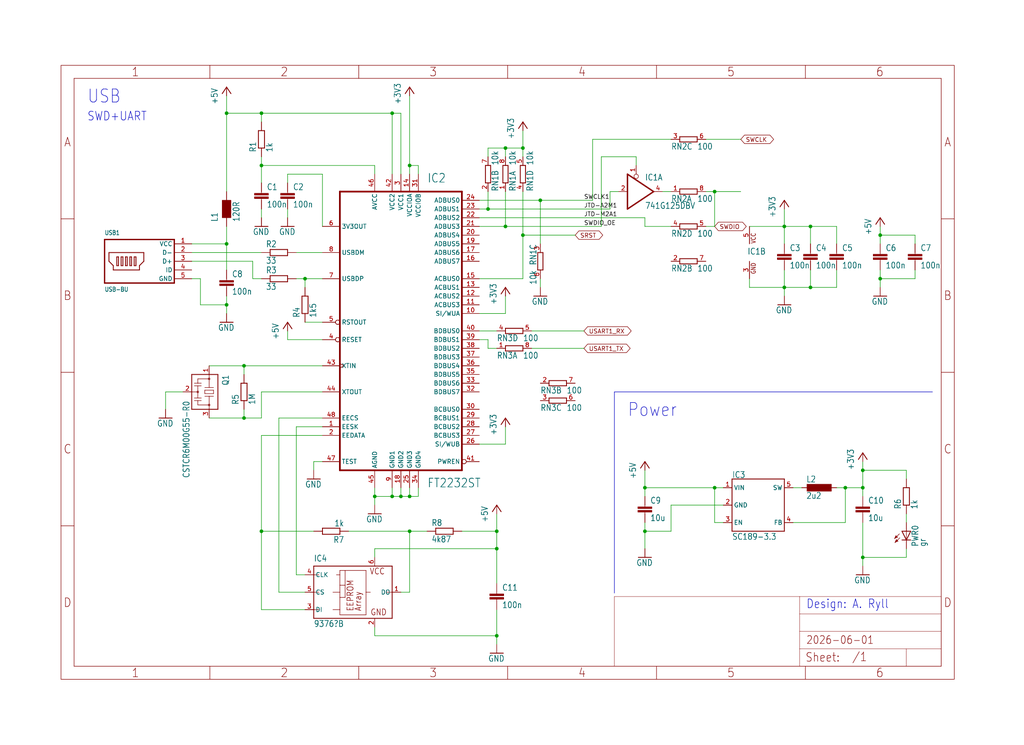
<source format=kicad_sch>
(kicad_sch (version 20231120) (generator "eeschema") (generator_version "8.0")
  (paper "User" 298.45 217.322)
  (lib_symbols
    (symbol "Base Station v3b-eagle-import:+3V3" (power)
      (symbol "+3V3_1_0"
        (pin power_in line (at 0 -2.54 90) (length 2.54) (name "+3V3") (number "1"))
      )
    )
    (symbol "Base Station v3b-eagle-import:+5V" (power)
      (symbol "+5V_1_0"
        (pin power_in line (at 0 -2.54 90) (length 2.54) (name "+5V") (number "1"))
      )
    )
    (symbol "Base Station v3b-eagle-import:4R-NEXB28V"
      (property "Reference" "RN" (at -5.08 -3.048 0))
      (symbol "4R-NEXB28V_1_0"
        (pin passive line (at -5.08 0 0) (length 2.54) (name "1") (number "1"))
        (pin passive line (at 5.08 0 180) (length 2.54) (name "2") (number "8"))
      )
      (symbol "4R-NEXB28V_2_0"
        (pin passive line (at -5.08 0 0) (length 2.54) (name "1") (number "2"))
        (pin passive line (at 5.08 0 180) (length 2.54) (name "2") (number "7"))
      )
      (symbol "4R-NEXB28V_3_0"
        (pin passive line (at -5.08 0 0) (length 2.54) (name "1") (number "3"))
        (pin passive line (at 5.08 0 180) (length 2.54) (name "2") (number "6"))
      )
      (symbol "4R-NEXB28V_4_0"
        (pin passive line (at -5.08 0 0) (length 2.54) (name "1") (number "4"))
        (pin passive line (at 5.08 0 180) (length 2.54) (name "2") (number "5"))
      )
    )
    (symbol "Base Station v3b-eagle-import:741G125DBV"
      (property "Reference" "IC" (at -0.635 -0.635 0))
      (symbol "741G125DBV_1_0"
        (pin input line (at 0 7.62 270) (length 2.54) (name "OE") (number "1"))
        (pin input line (at -5.08 0 0) (length 2.54) (name "I") (number "2"))
        (pin tri_state line (at 7.62 0 180) (length 2.54) (name "O") (number "4"))
      )
      (symbol "741G125DBV_2_0"
        (text "GND" (at 1.905 -6.35 900) (effects (font (size 1.27 1.0795)) (justify left bottom)))
        (text "VCC" (at 1.905 2.54 900) (effects (font (size 1.27 1.0795)) (justify left bottom)))
        (pin power_in line (at 0 -7.62 90) (length 5.08) (name "GND") (number "3"))
        (pin power_in line (at 0 7.62 270) (length 5.08) (name "VCC") (number "5"))
      )
    )
    (symbol "Base Station v3b-eagle-import:9376?B"
      (property "Reference" "IC" (at -10.16 8.89 0))
      (symbol "9376?B_1_0"
        (text "Array" (at 3.81 -5.588 900) (effects (font (size 1.778 1.5113)) (justify left bottom)))
        (text "EEPROM" (at 1.524 -5.588 900) (effects (font (size 1.778 1.5113)) (justify left bottom)))
        (text "GND" (at 6.35 -6.858 0) (effects (font (size 1.778 1.5113)) (justify left bottom)))
        (text "VCC" (at 6.096 5.08 0) (effects (font (size 1.778 1.5113)) (justify left bottom)))
        (pin tri_state line (at 15.24 0 180) (length 2.54) (name "DO") (number "1"))
        (pin power_in line (at 7.62 -10.16 90) (length 2.54) (name "GND") (number "2"))
        (pin input line (at -12.7 -5.08 0) (length 2.54) (name "DI") (number "3"))
        (pin input line (at -12.7 5.08 0) (length 2.54) (name "CLK") (number "4"))
        (pin input line (at -12.7 0 0) (length 2.54) (name "CS") (number "5"))
        (pin power_in line (at 7.62 10.16 270) (length 2.54) (name "VCC") (number "6"))
      )
    )
    (symbol "Base Station v3b-eagle-import:A4L-LOC"
      (symbol "A4L-LOC_1_0"
        (text "${#}/${##}" (at 230.505 5.08 0) (effects (font (size 2.54 2.159)) (justify left bottom)))
        (text "${CURRENT_DATE}" (at 217.17 10.16 0) (effects (font (size 2.286 1.9431)) (justify left bottom)))
        (text "${PROJECTNAME}" (at 217.17 15.24 0) (effects (font (size 2.54 2.159)) (justify left bottom)))
        (text "1" (at 21.6958 1.905 0) (effects (font (size 2.54 2.286))))
        (text "1" (at 21.6958 177.165 0) (effects (font (size 2.54 2.286))))
        (text "2" (at 65.0875 1.905 0) (effects (font (size 2.54 2.286))))
        (text "2" (at 65.0875 177.165 0) (effects (font (size 2.54 2.286))))
        (text "3" (at 108.4792 1.905 0) (effects (font (size 2.54 2.286))))
        (text "3" (at 108.4792 177.165 0) (effects (font (size 2.54 2.286))))
        (text "4" (at 151.8708 1.905 0) (effects (font (size 2.54 2.286))))
        (text "4" (at 151.8708 177.165 0) (effects (font (size 2.54 2.286))))
        (text "5" (at 195.2625 1.905 0) (effects (font (size 2.54 2.286))))
        (text "5" (at 195.2625 177.165 0) (effects (font (size 2.54 2.286))))
        (text "6" (at 238.6542 1.905 0) (effects (font (size 2.54 2.286))))
        (text "6" (at 238.6542 177.165 0) (effects (font (size 2.54 2.286))))
        (text "A" (at 1.905 156.6863 0) (effects (font (size 2.54 2.286))))
        (text "A" (at 258.445 156.6863 0) (effects (font (size 2.54 2.286))))
        (text "B" (at 1.905 111.9188 0) (effects (font (size 2.54 2.286))))
        (text "B" (at 258.445 111.9188 0) (effects (font (size 2.54 2.286))))
        (text "C" (at 1.905 67.1513 0) (effects (font (size 2.54 2.286))))
        (text "C" (at 258.445 67.1513 0) (effects (font (size 2.54 2.286))))
        (text "D" (at 1.905 22.3838 0) (effects (font (size 2.54 2.286))))
        (text "D" (at 258.445 22.3838 0) (effects (font (size 2.54 2.286))))
        (text "Sheet:" (at 216.916 4.953 0) (effects (font (size 2.54 2.159)) (justify left bottom)))
      )
    )
    (symbol "Base Station v3b-eagle-import:C-EUC0603"
      (property "Reference" "C" (at 1.524 0.381 0))
      (symbol "C-EUC0603_1_0"
        (pin passive line (at 0 2.54 270) (length 2.54) (name "1") (number "1"))
        (pin passive line (at 0 -5.08 90) (length 2.54) (name "2") (number "2"))
      )
    )
    (symbol "Base Station v3b-eagle-import:CSTCR"
      (property "Reference" "Q" (at -5.08 3.81 0))
      (symbol "CSTCR_1_0"
        (pin passive line (at -7.62 0 0) (length 2.54) (name "1") (number "1"))
        (pin passive line (at 0 -7.62 90) (length 2.54) (name "2") (number "2"))
        (pin passive line (at 7.62 0 180) (length 2.54) (name "3") (number "3"))
      )
    )
    (symbol "Base Station v3b-eagle-import:FT2232ST"
      (property "Reference" "IC" (at 7.62 38.1 0))
      (symbol "FT2232ST_1_0"
        (pin bidirectional line (at -22.86 -33.02 0) (length 5.08) (name "EESK") (number "1"))
        (pin bidirectional line (at 22.86 0 180) (length 5.08) (name "SI/WUA") (number "10"))
        (pin bidirectional line (at 22.86 2.54 180) (length 5.08) (name "ACBUS3") (number "11"))
        (pin bidirectional line (at 22.86 5.08 180) (length 5.08) (name "ACBUS2") (number "12"))
        (pin bidirectional line (at 22.86 7.62 180) (length 5.08) (name "ACBUS1") (number "13"))
        (pin bidirectional line (at 2.54 40.64 270) (length 5.08) (name "VCCIOA") (number "14"))
        (pin bidirectional line (at 22.86 10.16 180) (length 5.08) (name "ACBUS0") (number "15"))
        (pin bidirectional line (at 22.86 15.24 180) (length 5.08) (name "ADBUS7") (number "16"))
        (pin bidirectional line (at 22.86 17.78 180) (length 5.08) (name "ADBUS6") (number "17"))
        (pin bidirectional line (at 0 -50.8 90) (length 5.08) (name "GND2") (number "18"))
        (pin bidirectional line (at 22.86 20.32 180) (length 5.08) (name "ADBUS5") (number "19"))
        (pin bidirectional line (at -22.86 -35.56 0) (length 5.08) (name "EEDATA") (number "2"))
        (pin bidirectional line (at 22.86 22.86 180) (length 5.08) (name "ADBUS4") (number "20"))
        (pin bidirectional line (at 22.86 25.4 180) (length 5.08) (name "ADBUS3") (number "21"))
        (pin bidirectional line (at 22.86 27.94 180) (length 5.08) (name "ADBUS2") (number "22"))
        (pin bidirectional line (at 22.86 30.48 180) (length 5.08) (name "ADBUS1") (number "23"))
        (pin bidirectional line (at 22.86 33.02 180) (length 5.08) (name "ADBUS0") (number "24"))
        (pin bidirectional line (at 2.54 -50.8 90) (length 5.08) (name "GND3") (number "25"))
        (pin bidirectional line (at 22.86 -38.1 180) (length 5.08) (name "SI/WUB") (number "26"))
        (pin bidirectional line (at 22.86 -35.56 180) (length 5.08) (name "BCBUS3") (number "27"))
        (pin bidirectional line (at 22.86 -33.02 180) (length 5.08) (name "BCBUS2") (number "28"))
        (pin bidirectional line (at 22.86 -30.48 180) (length 5.08) (name "BCBUS1") (number "29"))
        (pin bidirectional line (at 0 40.64 270) (length 5.08) (name "VCC1") (number "3"))
        (pin bidirectional line (at 22.86 -27.94 180) (length 5.08) (name "BCBUS0") (number "30"))
        (pin bidirectional line (at 5.08 40.64 270) (length 5.08) (name "VCCIOB") (number "31"))
        (pin bidirectional line (at 22.86 -22.86 180) (length 5.08) (name "BDBUS7") (number "32"))
        (pin bidirectional line (at 22.86 -20.32 180) (length 5.08) (name "BDBUS6") (number "33"))
        (pin bidirectional line (at 5.08 -50.8 90) (length 5.08) (name "GND4") (number "34"))
        (pin bidirectional line (at 22.86 -17.78 180) (length 5.08) (name "BDBUS5") (number "35"))
        (pin bidirectional line (at 22.86 -15.24 180) (length 5.08) (name "BDBUS4") (number "36"))
        (pin bidirectional line (at 22.86 -12.7 180) (length 5.08) (name "BDBUS3") (number "37"))
        (pin bidirectional line (at 22.86 -10.16 180) (length 5.08) (name "BDBUS2") (number "38"))
        (pin bidirectional line (at 22.86 -7.62 180) (length 5.08) (name "BDBUS1") (number "39"))
        (pin bidirectional inverted (at -22.86 -7.62 0) (length 5.08) (name "RESET") (number "4"))
        (pin bidirectional line (at 22.86 -5.08 180) (length 5.08) (name "BDBUS0") (number "40"))
        (pin bidirectional inverted (at 22.86 -43.18 180) (length 5.08) (name "PWREN") (number "41"))
        (pin bidirectional line (at -2.54 40.64 270) (length 5.08) (name "VCC2") (number "42"))
        (pin bidirectional clock (at -22.86 -15.24 0) (length 5.08) (name "XTIN") (number "43"))
        (pin bidirectional line (at -22.86 -22.86 0) (length 5.08) (name "XTOUT") (number "44"))
        (pin bidirectional line (at -7.62 -50.8 90) (length 5.08) (name "AGND") (number "45"))
        (pin bidirectional line (at -7.62 40.64 270) (length 5.08) (name "AVCC") (number "46"))
        (pin bidirectional line (at -22.86 -43.18 0) (length 5.08) (name "TEST") (number "47"))
        (pin bidirectional line (at -22.86 -30.48 0) (length 5.08) (name "EECS") (number "48"))
        (pin bidirectional inverted (at -22.86 -2.54 0) (length 5.08) (name "RSTOUT") (number "5"))
        (pin bidirectional line (at -22.86 25.4 0) (length 5.08) (name "3V3OUT") (number "6"))
        (pin bidirectional line (at -22.86 10.16 0) (length 5.08) (name "USBDP") (number "7"))
        (pin bidirectional line (at -22.86 17.78 0) (length 5.08) (name "USBDM") (number "8"))
        (pin bidirectional line (at -2.54 -50.8 90) (length 5.08) (name "GND1") (number "9"))
      )
    )
    (symbol "Base Station v3b-eagle-import:GND" (power)
      (symbol "GND_1_0"
        (pin power_in line (at 0 2.54 270) (length 2.54) (name "GND") (number "1"))
      )
    )
    (symbol "Base Station v3b-eagle-import:LEDCHIP-LED0603"
      (property "Reference" "LED" (at 3.556 -4.572 90))
      (symbol "LEDCHIP-LED0603_1_0"
        (pin passive line (at 0 2.54 270) (length 2.54) (name "A") (number "A"))
        (pin passive line (at 0 -5.08 90) (length 2.54) (name "C") (number "C"))
      )
    )
    (symbol "Base Station v3b-eagle-import:LIHLP"
      (property "Reference" "L" (at -1.4986 -3.81 90))
      (symbol "LIHLP_1_0"
        (pin passive line (at 0 5.08 270) (length 2.54) (name "1") (number "P$1"))
        (pin passive line (at 0 -5.08 90) (length 2.54) (name "2") (number "P$2"))
      )
    )
    (symbol "Base Station v3b-eagle-import:LM3671"
      (property "Reference" "IC" (at -7.62 7.874 0))
      (symbol "LM3671_1_0"
        (pin bidirectional line (at -10.16 5.08 0) (length 2.54) (name "VIN") (number "1"))
        (pin bidirectional line (at -10.16 0 0) (length 2.54) (name "GND") (number "2"))
        (pin bidirectional line (at -10.16 -5.08 0) (length 2.54) (name "EN") (number "3"))
        (pin bidirectional line (at 10.16 -5.08 180) (length 2.54) (name "FB") (number "4"))
        (pin bidirectional line (at 10.16 5.08 180) (length 2.54) (name "SW") (number "5"))
      )
    )
    (symbol "Base Station v3b-eagle-import:R-EU_R0603"
      (property "Reference" "R" (at -3.81 1.4986 0))
      (symbol "R-EU_R0603_1_0"
        (pin passive line (at -5.08 0 0) (length 2.54) (name "1") (number "1"))
        (pin passive line (at 5.08 0 180) (length 2.54) (name "2") (number "2"))
      )
    )
    (symbol "Base Station v3b-eagle-import:USB-BU"
      (property "Reference" "S" (at -17.78 12.7 0))
      (symbol "USB-BU_1_0"
        (pin bidirectional line (at 7.62 10.16 180) (length 5.08) (name "VCC") (number "1"))
        (pin bidirectional line (at 7.62 7.62 180) (length 5.08) (name "D-") (number "2"))
        (pin bidirectional line (at 7.62 5.08 180) (length 5.08) (name "D+") (number "3"))
        (pin bidirectional line (at 7.62 2.54 180) (length 5.08) (name "ID") (number "4"))
        (pin bidirectional line (at 7.62 0 180) (length 5.08) (name "GND") (number "5"))
      )
    )
    (symbol "Base Station v3b-eagle-import:WE-CBF_0603"
      (property "Reference" "L" (at -3.81 5.08 0))
      (symbol "WE-CBF_0603_1_0"
        (pin passive line (at -5.08 2.54 0) (length 2.54) (name "1") (number "1"))
        (pin passive line (at 5.08 2.54 180) (length 2.54) (name "2") (number "2"))
      )
    )
  )
  (junction (at 251.46 142.24))
  (junction (at 109.22 144.78))
  (junction (at 147.32 66.04))
  (junction (at 251.46 162.56))
  (junction (at 157.48 58.42))
  (junction (at 228.6 66.04))
  (junction (at 116.84 144.78))
  (junction (at 187.96 154.94))
  (junction (at 114.3 144.78))
  (junction (at 119.38 154.94))
  (junction (at 76.2 154.94))
  (junction (at 119.38 48.26))
  (junction (at 246.38 142.24))
  (junction (at 119.38 144.78))
  (junction (at 256.54 81.28))
  (junction (at 236.22 66.04))
  (junction (at 208.28 142.24))
  (junction (at 144.78 160.02))
  (junction (at 66.04 88.9))
  (junction (at 66.04 71.12))
  (junction (at 256.54 68.58))
  (junction (at 236.22 83.82))
  (junction (at 114.3 33.02))
  (junction (at 66.04 33.02))
  (junction (at 76.2 33.02))
  (junction (at 147.32 43.18))
  (junction (at 71.12 121.92))
  (junction (at 251.46 137.16))
  (junction (at 88.9 81.28))
  (junction (at 152.4 68.58))
  (junction (at 71.12 106.68))
  (junction (at 144.78 154.94))
  (junction (at 144.78 185.42))
  (junction (at 152.4 43.18))
  (junction (at 187.96 142.24))
  (junction (at 76.2 48.26))
  (junction (at 228.6 83.82))
  (junction (at 208.28 55.88))
  (junction (at 142.24 60.96))
  (wire (pts (xy 93.98 66.04) (xy 93.98 50.8)) (stroke (width 0.1524)))
  (wire (pts (xy 152.4 68.58) (xy 152.4 81.28)) (stroke (width 0.1524)))
  (wire (pts (xy 147.32 129.54) (xy 147.32 124.46)) (stroke (width 0.1524)))
  (wire (pts (xy 243.84 78.74) (xy 243.84 83.82)) (stroke (width 0.1524)))
  (wire (pts (xy 236.22 66.04) (xy 236.22 71.12)) (stroke (width 0.1524)))
  (wire (pts (xy 86.36 73.66) (xy 93.98 73.66)) (stroke (width 0.1524)))
  (wire (pts (xy 228.6 83.82) (xy 236.22 83.82)) (stroke (width 0.1524)))
  (wire (pts (xy 76.2 48.26) (xy 76.2 53.34)) (stroke (width 0.1524)))
  (wire (pts (xy 152.4 68.58) (xy 167.64 68.58)) (stroke (width 0.1524)))
  (wire (pts (xy 88.9 83.82) (xy 88.9 81.28)) (stroke (width 0.1524)))
  (wire (pts (xy 109.22 182.88) (xy 109.22 185.42)) (stroke (width 0.1524)))
  (wire (pts (xy 251.46 142.24) (xy 251.46 137.16)) (stroke (width 0.1524)))
  (wire (pts (xy 116.84 144.78) (xy 119.38 144.78)) (stroke (width 0.1524)))
  (wire (pts (xy 139.7 81.28) (xy 152.4 81.28)) (stroke (width 0.1524)))
  (wire (pts (xy 55.88 76.2) (xy 73.66 76.2)) (stroke (width 0.1524)))
  (wire (pts (xy 139.7 129.54) (xy 147.32 129.54)) (stroke (width 0.1524)))
  (wire (pts (xy 93.98 124.46) (xy 86.36 124.46)) (stroke (width 0.1524)))
  (wire (pts (xy 256.54 81.28) (xy 256.54 78.74)) (stroke (width 0.1524)))
  (wire (pts (xy 266.7 68.58) (xy 256.54 68.58)) (stroke (width 0.1524)))
  (wire (pts (xy 88.9 81.28) (xy 93.98 81.28)) (stroke (width 0.1524)))
  (wire (pts (xy 147.32 55.88) (xy 147.32 66.04)) (stroke (width 0.1524)))
  (wire (pts (xy 246.38 142.24) (xy 243.84 142.24)) (stroke (width 0.1524)))
  (wire (pts (xy 266.7 71.12) (xy 266.7 68.58)) (stroke (width 0.1524)))
  (wire (pts (xy 187.96 63.5) (xy 187.96 66.04)) (stroke (width 0.1524)))
  (wire (pts (xy 236.22 78.74) (xy 236.22 83.82)) (stroke (width 0.1524)))
  (wire (pts (xy 256.54 68.58) (xy 256.54 66.04)) (stroke (width 0.1524)))
  (wire (pts (xy 76.2 154.94) (xy 76.2 177.8)) (stroke (width 0.1524)))
  (wire (pts (xy 119.38 172.72) (xy 119.38 154.94)) (stroke (width 0.1524)))
  (wire (pts (xy 208.28 152.4) (xy 208.28 142.24)) (stroke (width 0.1524)))
  (wire (pts (xy 93.98 121.92) (xy 81.28 121.92)) (stroke (width 0.1524)))
  (wire (pts (xy 114.3 144.78) (xy 116.84 144.78)) (stroke (width 0.1524)))
  (wire (pts (xy 175.26 66.04) (xy 175.26 45.72)) (stroke (width 0.1524)))
  (wire (pts (xy 91.44 154.94) (xy 76.2 154.94)) (stroke (width 0.1524)))
  (wire (pts (xy 109.22 185.42) (xy 144.78 185.42)) (stroke (width 0.1524)))
  (wire (pts (xy 142.24 101.6) (xy 144.78 101.6)) (stroke (width 0.1524)))
  (wire (pts (xy 93.98 127) (xy 76.2 127)) (stroke (width 0.1524)))
  (wire (pts (xy 157.48 83.82) (xy 157.48 81.28)) (stroke (width 0.1524)))
  (wire (pts (xy 109.22 142.24) (xy 109.22 144.78)) (stroke (width 0.1524)))
  (polyline (pts (xy 271.78 114.3) (xy 179.07 114.3)) (stroke (width 0.1524) (type solid)))
  (wire (pts (xy 228.6 66.04) (xy 228.6 60.96)) (stroke (width 0.1524)))
  (wire (pts (xy 53.34 114.3) (xy 48.26 114.3)) (stroke (width 0.1524)))
  (wire (pts (xy 144.78 154.94) (xy 144.78 149.86)) (stroke (width 0.1524)))
  (wire (pts (xy 58.42 88.9) (xy 58.42 81.28)) (stroke (width 0.1524)))
  (wire (pts (xy 142.24 43.18) (xy 142.24 45.72)) (stroke (width 0.1524)))
  (wire (pts (xy 76.2 63.5) (xy 76.2 60.96)) (stroke (width 0.1524)))
  (wire (pts (xy 231.14 152.4) (xy 246.38 152.4)) (stroke (width 0.1524)))
  (wire (pts (xy 93.98 50.8) (xy 83.82 50.8)) (stroke (width 0.1524)))
  (wire (pts (xy 256.54 83.82) (xy 256.54 81.28)) (stroke (width 0.1524)))
  (wire (pts (xy 205.74 40.64) (xy 215.9 40.64)) (stroke (width 0.1524)))
  (wire (pts (xy 251.46 162.56) (xy 264.16 162.56)) (stroke (width 0.1524)))
  (wire (pts (xy 218.44 83.82) (xy 218.44 81.28)) (stroke (width 0.1524)))
  (wire (pts (xy 76.2 33.02) (xy 66.04 33.02)) (stroke (width 0.1524)))
  (wire (pts (xy 187.96 154.94) (xy 187.96 160.02)) (stroke (width 0.1524)))
  (wire (pts (xy 66.04 88.9) (xy 58.42 88.9)) (stroke (width 0.1524)))
  (wire (pts (xy 144.78 185.42) (xy 144.78 177.8)) (stroke (width 0.1524)))
  (wire (pts (xy 116.84 172.72) (xy 119.38 172.72)) (stroke (width 0.1524)))
  (wire (pts (xy 66.04 88.9) (xy 66.04 86.36)) (stroke (width 0.1524)))
  (wire (pts (xy 73.66 76.2) (xy 73.66 81.28)) (stroke (width 0.1524)))
  (wire (pts (xy 210.82 152.4) (xy 208.28 152.4)) (stroke (width 0.1524)))
  (wire (pts (xy 109.22 144.78) (xy 114.3 144.78)) (stroke (width 0.1524)))
  (wire (pts (xy 142.24 55.88) (xy 142.24 60.96)) (stroke (width 0.1524)))
  (wire (pts (xy 121.92 48.26) (xy 119.38 48.26)) (stroke (width 0.1524)))
  (wire (pts (xy 76.2 177.8) (xy 88.9 177.8)) (stroke (width 0.1524)))
  (wire (pts (xy 114.3 142.24) (xy 114.3 144.78)) (stroke (width 0.1524)))
  (wire (pts (xy 114.3 33.02) (xy 116.84 33.02)) (stroke (width 0.1524)))
  (wire (pts (xy 60.96 106.68) (xy 71.12 106.68)) (stroke (width 0.1524)))
  (wire (pts (xy 119.38 154.94) (xy 101.6 154.94)) (stroke (width 0.1524)))
  (wire (pts (xy 134.62 154.94) (xy 144.78 154.94)) (stroke (width 0.1524)))
  (wire (pts (xy 81.28 121.92) (xy 81.28 172.72)) (stroke (width 0.1524)))
  (wire (pts (xy 109.22 160.02) (xy 144.78 160.02)) (stroke (width 0.1524)))
  (wire (pts (xy 109.22 50.8) (xy 109.22 48.26)) (stroke (width 0.1524)))
  (wire (pts (xy 55.88 71.12) (xy 66.04 71.12)) (stroke (width 0.1524)))
  (wire (pts (xy 157.48 71.12) (xy 157.48 58.42)) (stroke (width 0.1524)))
  (wire (pts (xy 266.7 81.28) (xy 266.7 78.74)) (stroke (width 0.1524)))
  (wire (pts (xy 66.04 55.88) (xy 66.04 33.02)) (stroke (width 0.1524)))
  (wire (pts (xy 205.74 55.88) (xy 208.28 55.88)) (stroke (width 0.1524)))
  (wire (pts (xy 109.22 144.78) (xy 109.22 147.32)) (stroke (width 0.1524)))
  (wire (pts (xy 139.7 63.5) (xy 187.96 63.5)) (stroke (width 0.1524)))
  (wire (pts (xy 121.92 50.8) (xy 121.92 48.26)) (stroke (width 0.1524)))
  (wire (pts (xy 243.84 66.04) (xy 243.84 71.12)) (stroke (width 0.1524)))
  (wire (pts (xy 55.88 73.66) (xy 76.2 73.66)) (stroke (width 0.1524)))
  (wire (pts (xy 139.7 99.06) (xy 142.24 99.06)) (stroke (width 0.1524)))
  (wire (pts (xy 76.2 121.92) (xy 76.2 114.3)) (stroke (width 0.1524)))
  (wire (pts (xy 264.16 162.56) (xy 264.16 160.02)) (stroke (width 0.1524)))
  (wire (pts (xy 142.24 99.06) (xy 142.24 101.6)) (stroke (width 0.1524)))
  (wire (pts (xy 152.4 55.88) (xy 152.4 68.58)) (stroke (width 0.1524)))
  (wire (pts (xy 66.04 33.02) (xy 66.04 27.94)) (stroke (width 0.1524)))
  (wire (pts (xy 116.84 142.24) (xy 116.84 144.78)) (stroke (width 0.1524)))
  (wire (pts (xy 187.96 142.24) (xy 187.96 137.16)) (stroke (width 0.1524)))
  (wire (pts (xy 144.78 96.52) (xy 139.7 96.52)) (stroke (width 0.1524)))
  (wire (pts (xy 91.44 134.62) (xy 91.44 137.16)) (stroke (width 0.1524)))
  (wire (pts (xy 251.46 142.24) (xy 251.46 144.78)) (stroke (width 0.1524)))
  (wire (pts (xy 195.58 154.94) (xy 187.96 154.94)) (stroke (width 0.1524)))
  (wire (pts (xy 119.38 48.26) (xy 119.38 50.8)) (stroke (width 0.1524)))
  (wire (pts (xy 185.42 48.26) (xy 185.42 45.72)) (stroke (width 0.1524)))
  (wire (pts (xy 119.38 154.94) (xy 124.46 154.94)) (stroke (width 0.1524)))
  (wire (pts (xy 228.6 71.12) (xy 228.6 66.04)) (stroke (width 0.1524)))
  (wire (pts (xy 119.38 27.94) (xy 119.38 48.26)) (stroke (width 0.1524)))
  (wire (pts (xy 71.12 109.22) (xy 71.12 106.68)) (stroke (width 0.1524)))
  (wire (pts (xy 205.74 66.04) (xy 208.28 66.04)) (stroke (width 0.1524)))
  (wire (pts (xy 208.28 66.04) (xy 208.28 55.88)) (stroke (width 0.1524)))
  (wire (pts (xy 66.04 71.12) (xy 66.04 66.04)) (stroke (width 0.1524)))
  (wire (pts (xy 116.84 33.02) (xy 116.84 50.8)) (stroke (width 0.1524)))
  (wire (pts (xy 187.96 154.94) (xy 187.96 152.4)) (stroke (width 0.1524)))
  (wire (pts (xy 251.46 137.16) (xy 264.16 137.16)) (stroke (width 0.1524)))
  (wire (pts (xy 86.36 167.64) (xy 88.9 167.64)) (stroke (width 0.1524)))
  (wire (pts (xy 256.54 81.28) (xy 266.7 81.28)) (stroke (width 0.1524)))
  (wire (pts (xy 157.48 58.42) (xy 172.72 58.42)) (stroke (width 0.1524)))
  (wire (pts (xy 243.84 66.04) (xy 236.22 66.04)) (stroke (width 0.1524)))
  (wire (pts (xy 76.2 33.02) (xy 114.3 33.02)) (stroke (width 0.1524)))
  (wire (pts (xy 193.04 55.88) (xy 195.58 55.88)) (stroke (width 0.1524)))
  (wire (pts (xy 81.28 172.72) (xy 88.9 172.72)) (stroke (width 0.1524)))
  (wire (pts (xy 147.32 91.44) (xy 147.32 86.36)) (stroke (width 0.1524)))
  (wire (pts (xy 154.94 96.52) (xy 170.18 96.52)) (stroke (width 0.1524)))
  (wire (pts (xy 228.6 86.36) (xy 228.6 83.82)) (stroke (width 0.1524)))
  (wire (pts (xy 76.2 127) (xy 76.2 154.94)) (stroke (width 0.1524)))
  (wire (pts (xy 142.24 60.96) (xy 177.8 60.96)) (stroke (width 0.1524)))
  (wire (pts (xy 114.3 33.02) (xy 114.3 50.8)) (stroke (width 0.1524)))
  (wire (pts (xy 109.22 162.56) (xy 109.22 160.02)) (stroke (width 0.1524)))
  (wire (pts (xy 58.42 81.28) (xy 55.88 81.28)) (stroke (width 0.1524)))
  (wire (pts (xy 93.98 134.62) (xy 91.44 134.62)) (stroke (width 0.1524)))
  (wire (pts (xy 109.22 48.26) (xy 76.2 48.26)) (stroke (width 0.1524)))
  (wire (pts (xy 76.2 114.3) (xy 93.98 114.3)) (stroke (width 0.1524)))
  (wire (pts (xy 185.42 45.72) (xy 175.26 45.72)) (stroke (width 0.1524)))
  (wire (pts (xy 231.14 142.24) (xy 233.68 142.24)) (stroke (width 0.1524)))
  (wire (pts (xy 86.36 81.28) (xy 88.9 81.28)) (stroke (width 0.1524)))
  (wire (pts (xy 208.28 55.88) (xy 215.9 55.88)) (stroke (width 0.1524)))
  (wire (pts (xy 71.12 121.92) (xy 76.2 121.92)) (stroke (width 0.1524)))
  (wire (pts (xy 264.16 152.4) (xy 264.16 149.86)) (stroke (width 0.1524)))
  (wire (pts (xy 76.2 48.26) (xy 76.2 45.72)) (stroke (width 0.1524)))
  (wire (pts (xy 264.16 139.7) (xy 264.16 137.16)) (stroke (width 0.1524)))
  (wire (pts (xy 210.82 147.32) (xy 195.58 147.32)) (stroke (width 0.1524)))
  (wire (pts (xy 228.6 83.82) (xy 218.44 83.82)) (stroke (width 0.1524)))
  (wire (pts (xy 139.7 58.42) (xy 157.48 58.42)) (stroke (width 0.1524)))
  (wire (pts (xy 60.96 121.92) (xy 71.12 121.92)) (stroke (width 0.1524)))
  (wire (pts (xy 139.7 66.04) (xy 147.32 66.04)) (stroke (width 0.1524)))
  (wire (pts (xy 86.36 124.46) (xy 86.36 167.64)) (stroke (width 0.1524)))
  (wire (pts (xy 147.32 66.04) (xy 175.26 66.04)) (stroke (width 0.1524)))
  (wire (pts (xy 66.04 91.44) (xy 66.04 88.9)) (stroke (width 0.1524)))
  (wire (pts (xy 152.4 45.72) (xy 152.4 43.18)) (stroke (width 0.1524)))
  (wire (pts (xy 251.46 137.16) (xy 251.46 134.62)) (stroke (width 0.1524)))
  (wire (pts (xy 119.38 144.78) (xy 121.92 144.78)) (stroke (width 0.1524)))
  (polyline (pts (xy 179.07 114.3) (xy 179.07 172.974)) (stroke (width 0.1524) (type solid)))
  (wire (pts (xy 147.32 43.18) (xy 142.24 43.18)) (stroke (width 0.1524)))
  (wire (pts (xy 93.98 93.98) (xy 88.9 93.98)) (stroke (width 0.1524)))
  (wire (pts (xy 251.46 162.56) (xy 251.46 152.4)) (stroke (width 0.1524)))
  (wire (pts (xy 236.22 66.04) (xy 228.6 66.04)) (stroke (width 0.1524)))
  (wire (pts (xy 187.96 66.04) (xy 195.58 66.04)) (stroke (width 0.1524)))
  (wire (pts (xy 147.32 43.18) (xy 152.4 43.18)) (stroke (width 0.1524)))
  (wire (pts (xy 144.78 187.96) (xy 144.78 185.42)) (stroke (width 0.1524)))
  (wire (pts (xy 251.46 165.1) (xy 251.46 162.56)) (stroke (width 0.1524)))
  (wire (pts (xy 71.12 119.38) (xy 71.12 121.92)) (stroke (width 0.1524)))
  (wire (pts (xy 119.38 142.24) (xy 119.38 144.78)) (stroke (width 0.1524)))
  (wire (pts (xy 147.32 43.18) (xy 147.32 45.72)) (stroke (width 0.1524)))
  (wire (pts (xy 256.54 71.12) (xy 256.54 68.58)) (stroke (width 0.1524)))
  (wire (pts (xy 71.12 106.68) (xy 93.98 106.68)) (stroke (width 0.1524)))
  (wire (pts (xy 154.94 101.6) (xy 170.18 101.6)) (stroke (width 0.1524)))
  (wire (pts (xy 83.82 99.06) (xy 83.82 96.52)) (stroke (width 0.1524)))
  (wire (pts (xy 144.78 160.02) (xy 144.78 170.18)) (stroke (width 0.1524)))
  (wire (pts (xy 66.04 71.12) (xy 66.04 78.74)) (stroke (width 0.1524)))
  (wire (pts (xy 139.7 60.96) (xy 142.24 60.96)) (stroke (width 0.1524)))
  (wire (pts (xy 187.96 142.24) (xy 187.96 144.78)) (stroke (width 0.1524)))
  (wire (pts (xy 83.82 50.8) (xy 83.82 53.34)) (stroke (width 0.1524)))
  (wire (pts (xy 243.84 83.82) (xy 236.22 83.82)) (stroke (width 0.1524)))
  (wire (pts (xy 246.38 142.24) (xy 251.46 142.24)) (stroke (width 0.1524)))
  (wire (pts (xy 228.6 83.82) (xy 228.6 78.74)) (stroke (width 0.1524)))
  (wire (pts (xy 93.98 99.06) (xy 83.82 99.06)) (stroke (width 0.1524)))
  (wire (pts (xy 180.34 55.88) (xy 177.8 55.88)) (stroke (width 0.1524)))
  (wire (pts (xy 210.82 142.24) (xy 208.28 142.24)) (stroke (width 0.1524)))
  (wire (pts (xy 48.26 114.3) (xy 48.26 119.38)) (stroke (width 0.1524)))
  (wire (pts (xy 177.8 60.96) (xy 177.8 55.88)) (stroke (width 0.1524)))
  (wire (pts (xy 76.2 35.56) (xy 76.2 33.02)) (stroke (width 0.1524)))
  (wire (pts (xy 172.72 40.64) (xy 195.58 40.64)) (stroke (width 0.1524)))
  (wire (pts (xy 139.7 91.44) (xy 147.32 91.44)) (stroke (width 0.1524)))
  (wire (pts (xy 121.92 144.78) (xy 121.92 142.24)) (stroke (width 0.1524)))
  (wire (pts (xy 228.6 66.04) (xy 218.44 66.04)) (stroke (width 0.1524)))
  (wire (pts (xy 208.28 142.24) (xy 187.96 142.24)) (stroke (width 0.1524)))
  (wire (pts (xy 73.66 81.28) (xy 76.2 81.28)) (stroke (width 0.1524)))
  (wire (pts (xy 152.4 43.18) (xy 152.4 38.1)) (stroke (width 0.1524)))
  (wire (pts (xy 83.82 60.96) (xy 83.82 63.5)) (stroke (width 0.1524)))
  (wire (pts (xy 195.58 147.32) (xy 195.58 154.94)) (stroke (width 0.1524)))
  (wire (pts (xy 246.38 152.4) (xy 246.38 142.24)) (stroke (width 0.1524)))
  (wire (pts (xy 144.78 160.02) (xy 144.78 154.94)) (stroke (width 0.1524)))
  (wire (pts (xy 172.72 58.42) (xy 172.72 40.64)) (stroke (width 0.1524)))
  (text "Design: A. Ryll" (at 234.95 177.8 0) (effects (font (size 2.54 2.159)) (justify left bottom)))
  (text "USB" (at 25.4 30.48 0) (effects (font (size 3.81 3.2385)) (justify left bottom)))
  (text "Power" (at 182.88 121.92 0) (effects (font (size 3.81 3.2385)) (justify left bottom)))
  (text "SWD+UART" (at 25.4 35.56 0) (effects (font (size 2.54 2.159)) (justify left bottom)))
  (label "SWDIO_OE" (at 170.18 66.04 0) (effects (font (size 1.2446 1.2446))))
  (label "SWCLK1" (at 170.18 58.42 0) (effects (font (size 1.2446 1.2446))))
  (label "JTD-M2A1" (at 170.18 63.5 0) (effects (font (size 1.2446 1.2446))))
  (label "JTD-A2M1" (at 170.18 60.96 0) (effects (font (size 1.2446 1.2446))))
  (global_label "SWDIO" (shape bidirectional) (at 208.28 66.04 0) (effects (font (size 1.2446 1.2446))) (property "Intersheetrefs" "${INTERSHEET_REFS}" (effects (hide yes))))
  (global_label "SRST" (shape bidirectional) (at 167.64 68.58 0) (effects (font (size 1.2446 1.2446))) (property "Intersheetrefs" "${INTERSHEET_REFS}" (effects (hide yes))))
  (global_label "USART1_TX" (shape bidirectional) (at 170.18 101.6 0) (effects (font (size 1.2446 1.2446))) (property "Intersheetrefs" "${INTERSHEET_REFS}" (effects (hide yes))))
  (global_label "USART1_RX" (shape bidirectional) (at 170.18 96.52 0) (effects (font (size 1.2446 1.2446))) (property "Intersheetrefs" "${INTERSHEET_REFS}" (effects (hide yes))))
  (global_label "SWCLK" (shape bidirectional) (at 215.9 40.64 0) (effects (font (size 1.2446 1.2446))) (property "Intersheetrefs" "${INTERSHEET_REFS}" (effects (hide yes))))
  (symbol (lib_id "Base Station v3b-eagle-import:+3V3") (at 147.32 83.82 0) (unit 1)
    (property "Reference" "#+3V01" (effects (hide yes)))
    (property "Value" "+3V3" (at 144.78 88.9 90) (effects (font (size 1.778 1.5113)) (justify left bottom)))
  )
  (symbol (lib_id "Base Station v3b-eagle-import:741G125DBV") (at 218.44 73.66 0) (unit 2)
    (property "Reference" "IC1" (at 217.805 74.295 0) (effects (font (size 1.778 1.5113)) (justify left bottom)))
    (property "Value" "741G125DBV" (effects (hide yes)))
    (property "Footprint" "Base Station v3b:SOT23-5" (effects (hide yes)))
  )
  (symbol (lib_id "Base Station v3b-eagle-import:LEDCHIP-LED0603") (at 264.16 154.94 0) (unit 1)
    (property "Reference" "PWR0" (at 267.716 159.512 90) (effects (font (size 1.778 1.5113)) (justify left bottom)))
    (property "Value" "gr" (at 269.875 159.512 90) (effects (font (size 1.778 1.5113)) (justify left bottom)))
    (property "Footprint" "Base Station v3b:CHIP-LED0603" (effects (hide yes)))
  )
  (symbol (lib_id "Base Station v3b-eagle-import:741G125DBV") (at 185.42 55.88 0) (unit 1)
    (property "Reference" "IC1" (at 187.96 52.705 0) (effects (font (size 1.778 1.5113)) (justify left bottom)))
    (property "Value" "741G125DBV" (at 187.96 60.96 0) (effects (font (size 1.778 1.5113)) (justify left bottom)))
    (property "Footprint" "Base Station v3b:SOT23-5" (effects (hide yes)))
  )
  (symbol (lib_id "Base Station v3b-eagle-import:+3V3") (at 152.4 35.56 0) (unit 1)
    (property "Reference" "#+3V020" (effects (hide yes)))
    (property "Value" "+3V3" (at 149.86 40.64 90) (effects (font (size 1.778 1.5113)) (justify left bottom)))
  )
  (symbol (lib_id "Base Station v3b-eagle-import:GND") (at 91.44 139.7 0) (unit 1)
    (property "Reference" "#GND045" (effects (hide yes)))
    (property "Value" "GND" (at 88.9 142.24 0) (effects (font (size 1.778 1.5113)) (justify left bottom)))
  )
  (symbol (lib_id "Base Station v3b-eagle-import:GND") (at 144.78 190.5 0) (unit 1)
    (property "Reference" "#GND04" (effects (hide yes)))
    (property "Value" "GND" (at 142.24 193.04 0) (effects (font (size 1.778 1.5113)) (justify left bottom)))
  )
  (symbol (lib_id "Base Station v3b-eagle-import:R-EU_R0603") (at 96.52 154.94 180) (unit 1)
    (property "Reference" "R7" (at 100.33 156.4386 0) (effects (font (size 1.778 1.5113)) (justify left bottom)))
    (property "Value" "1k" (at 100.33 151.638 0) (effects (font (size 1.778 1.5113)) (justify left bottom)))
    (property "Footprint" "Base Station v3b:R0603" (effects (hide yes)))
  )
  (symbol (lib_id "Base Station v3b-eagle-import:GND") (at 109.22 149.86 0) (unit 1)
    (property "Reference" "#GND059" (effects (hide yes)))
    (property "Value" "GND" (at 106.68 152.4 0) (effects (font (size 1.778 1.5113)) (justify left bottom)))
  )
  (symbol (lib_id "Base Station v3b-eagle-import:4R-NEXB28V") (at 200.66 76.2 0) (unit 2)
    (property "Reference" "RN2" (at 195.58 79.248 0) (effects (font (size 1.778 1.5113)) (justify left bottom)))
    (property "Value" "100" (at 203.2 79.248 0) (effects (font (size 1.778 1.5113)) (justify left bottom)))
    (property "Footprint" "Base Station v3b:EXB28V" (effects (hide yes)))
  )
  (symbol (lib_id "Base Station v3b-eagle-import:C-EUC0603") (at 228.6 73.66 0) (unit 1)
    (property "Reference" "C3" (at 230.124 73.279 0) (effects (font (size 1.778 1.5113)) (justify left bottom)))
    (property "Value" "100n" (at 230.124 78.359 0) (effects (font (size 1.778 1.5113)) (justify left bottom)))
    (property "Footprint" "Base Station v3b:C0603" (effects (hide yes)))
  )
  (symbol (lib_id "Base Station v3b-eagle-import:GND") (at 228.6 88.9 0) (unit 1)
    (property "Reference" "#GND060" (effects (hide yes)))
    (property "Value" "GND" (at 226.06 91.44 0) (effects (font (size 1.778 1.5113)) (justify left bottom)))
  )
  (symbol (lib_id "Base Station v3b-eagle-import:GND") (at 66.04 93.98 0) (unit 1)
    (property "Reference" "#GND049" (effects (hide yes)))
    (property "Value" "GND" (at 63.5 96.52 0) (effects (font (size 1.778 1.5113)) (justify left bottom)))
  )
  (symbol (lib_id "Base Station v3b-eagle-import:C-EUC0603") (at 144.78 172.72 0) (unit 1)
    (property "Reference" "C11" (at 146.304 172.339 0) (effects (font (size 1.778 1.5113)) (justify left bottom)))
    (property "Value" "100n" (at 146.304 177.419 0) (effects (font (size 1.778 1.5113)) (justify left bottom)))
    (property "Footprint" "Base Station v3b:C0603" (effects (hide yes)))
  )
  (symbol (lib_id "Base Station v3b-eagle-import:+3V3") (at 147.32 121.92 0) (unit 1)
    (property "Reference" "#+3V02" (effects (hide yes)))
    (property "Value" "+3V3" (at 144.78 127 90) (effects (font (size 1.778 1.5113)) (justify left bottom)))
  )
  (symbol (lib_id "Base Station v3b-eagle-import:A4L-LOC") (at 17.78 198.12 0) (unit 1)
    (property "Reference" "#FRAME1" (effects (hide yes)))
    (property "Value" "A4L-LOC" (effects (hide yes)))
  )
  (symbol (lib_id "Base Station v3b-eagle-import:GND") (at 251.46 167.64 0) (unit 1)
    (property "Reference" "#GND027" (effects (hide yes)))
    (property "Value" "GND" (at 248.92 170.18 0) (effects (font (size 1.778 1.5113)) (justify left bottom)))
  )
  (symbol (lib_id "Base Station v3b-eagle-import:4R-NEXB28V") (at 147.32 50.8 90) (unit 1)
    (property "Reference" "RN1" (at 150.368 55.88 0) (effects (font (size 1.778 1.5113)) (justify left bottom)))
    (property "Value" "10k" (at 150.368 48.26 0) (effects (font (size 1.778 1.5113)) (justify left bottom)))
    (property "Footprint" "Base Station v3b:EXB28V" (effects (hide yes)))
  )
  (symbol (lib_id "Base Station v3b-eagle-import:4R-NEXB28V") (at 152.4 50.8 90) (unit 4)
    (property "Reference" "RN1" (at 155.448 55.88 0) (effects (font (size 1.778 1.5113)) (justify left bottom)))
    (property "Value" "10k" (at 155.448 48.26 0) (effects (font (size 1.778 1.5113)) (justify left bottom)))
    (property "Footprint" "Base Station v3b:EXB28V" (effects (hide yes)))
  )
  (symbol (lib_id "Base Station v3b-eagle-import:USB-BU") (at 48.26 81.28 0) (unit 1)
    (property "Reference" "USB1" (at 30.48 68.58 0) (effects (font (size 1.27 1.0795)) (justify left bottom)))
    (property "Value" "USB-BU" (at 30.48 85.09 0) (effects (font (size 1.27 1.0795)) (justify left bottom)))
    (property "Footprint" "Base Station v3b:USB-BMICRO" (effects (hide yes)))
  )
  (symbol (lib_id "Base Station v3b-eagle-import:4R-NEXB28V") (at 200.66 55.88 0) (unit 1)
    (property "Reference" "RN2" (at 195.58 58.928 0) (effects (font (size 1.778 1.5113)) (justify left bottom)))
    (property "Value" "100" (at 203.2 58.928 0) (effects (font (size 1.778 1.5113)) (justify left bottom)))
    (property "Footprint" "Base Station v3b:EXB28V" (effects (hide yes)))
  )
  (symbol (lib_id "Base Station v3b-eagle-import:+5V") (at 187.96 134.62 0) (unit 1)
    (property "Reference" "#P+02" (effects (hide yes)))
    (property "Value" "+5V" (at 185.42 139.7 90) (effects (font (size 1.778 1.5113)) (justify left bottom)))
  )
  (symbol (lib_id "Base Station v3b-eagle-import:4R-NEXB28V") (at 200.66 40.64 0) (unit 3)
    (property "Reference" "RN2" (at 195.58 43.688 0) (effects (font (size 1.778 1.5113)) (justify left bottom)))
    (property "Value" "100" (at 203.2 43.688 0) (effects (font (size 1.778 1.5113)) (justify left bottom)))
    (property "Footprint" "Base Station v3b:EXB28V" (effects (hide yes)))
  )
  (symbol (lib_id "Base Station v3b-eagle-import:C-EUC0603") (at 266.7 73.66 0) (unit 1)
    (property "Reference" "C7" (at 268.224 73.279 0) (effects (font (size 1.778 1.5113)) (justify left bottom)))
    (property "Value" "100n" (at 268.224 78.359 0) (effects (font (size 1.778 1.5113)) (justify left bottom)))
    (property "Footprint" "Base Station v3b:C0603" (effects (hide yes)))
  )
  (symbol (lib_id "Base Station v3b-eagle-import:GND") (at 187.96 162.56 0) (unit 1)
    (property "Reference" "#GND026" (effects (hide yes)))
    (property "Value" "GND" (at 185.42 165.1 0) (effects (font (size 1.778 1.5113)) (justify left bottom)))
  )
  (symbol (lib_id "Base Station v3b-eagle-import:4R-NEXB28V") (at 157.48 76.2 270) (unit 3)
    (property "Reference" "RN1" (at 154.432 71.12 0) (effects (font (size 1.778 1.5113)) (justify left bottom)))
    (property "Value" "10k" (at 154.432 78.74 0) (effects (font (size 1.778 1.5113)) (justify left bottom)))
    (property "Footprint" "Base Station v3b:EXB28V" (effects (hide yes)))
  )
  (symbol (lib_id "Base Station v3b-eagle-import:C-EUC0603") (at 251.46 147.32 0) (unit 1)
    (property "Reference" "C10" (at 252.984 146.939 0) (effects (font (size 1.778 1.5113)) (justify left bottom)))
    (property "Value" "10u" (at 252.984 152.019 0) (effects (font (size 1.778 1.5113)) (justify left bottom)))
    (property "Footprint" "Base Station v3b:C0603" (effects (hide yes)))
  )
  (symbol (lib_id "Base Station v3b-eagle-import:WE-CBF_0603") (at 68.58 60.96 90) (unit 1)
    (property "Reference" "L1" (at 63.5 64.77 0) (effects (font (size 1.778 1.5113)) (justify left bottom)))
    (property "Value" "120R" (at 69.85 64.77 0) (effects (font (size 1.778 1.5113)) (justify left bottom)))
    (property "Footprint" "Base Station v3b:0603" (effects (hide yes)))
  )
  (symbol (lib_id "Base Station v3b-eagle-import:LM3671") (at 220.98 147.32 0) (unit 1)
    (property "Reference" "IC3" (at 213.36 139.446 0) (effects (font (size 1.778 1.5113)) (justify left bottom)))
    (property "Value" "SC189-3.3" (at 213.36 157.48 0) (effects (font (size 1.778 1.5113)) (justify left bottom)))
    (property "Footprint" "Base Station v3b:SOT23-5" (effects (hide yes)))
  )
  (symbol (lib_id "Base Station v3b-eagle-import:R-EU_R0603") (at 81.28 81.28 0) (unit 1)
    (property "Reference" "R3" (at 77.47 79.7814 0) (effects (font (size 1.778 1.5113)) (justify left bottom)))
    (property "Value" "33" (at 77.47 84.582 0) (effects (font (size 1.778 1.5113)) (justify left bottom)))
    (property "Footprint" "Base Station v3b:R0603" (effects (hide yes)))
  )
  (symbol (lib_id "Base Station v3b-eagle-import:C-EUC0603") (at 256.54 73.66 0) (unit 1)
    (property "Reference" "C6" (at 258.064 73.279 0) (effects (font (size 1.778 1.5113)) (justify left bottom)))
    (property "Value" "100n" (at 258.064 78.359 0) (effects (font (size 1.778 1.5113)) (justify left bottom)))
    (property "Footprint" "Base Station v3b:C0603" (effects (hide yes)))
  )
  (symbol (lib_id "Base Station v3b-eagle-import:R-EU_R0603") (at 81.28 73.66 0) (unit 1)
    (property "Reference" "R2" (at 77.47 72.1614 0) (effects (font (size 1.778 1.5113)) (justify left bottom)))
    (property "Value" "33" (at 77.47 76.962 0) (effects (font (size 1.778 1.5113)) (justify left bottom)))
    (property "Footprint" "Base Station v3b:R0603" (effects (hide yes)))
  )
  (symbol (lib_id "Base Station v3b-eagle-import:4R-NEXB28V") (at 149.86 96.52 0) (unit 4)
    (property "Reference" "RN3" (at 144.78 99.568 0) (effects (font (size 1.778 1.5113)) (justify left bottom)))
    (property "Value" "100" (at 152.4 99.568 0) (effects (font (size 1.778 1.5113)) (justify left bottom)))
    (property "Footprint" "Base Station v3b:EXB28V" (effects (hide yes)))
  )
  (symbol (lib_id "Base Station v3b-eagle-import:FT2232ST") (at 116.84 91.44 0) (unit 1)
    (property "Reference" "IC2" (at 124.46 53.34 0) (effects (font (size 2.54 2.159)) (justify left bottom)))
    (property "Value" "FT2232ST" (at 124.46 142.24 0) (effects (font (size 2.54 2.159)) (justify left bottom)))
    (property "Footprint" "Base Station v3b:LQFP48-ST" (effects (hide yes)))
  )
  (symbol (lib_id "Base Station v3b-eagle-import:R-EU_R0603") (at 76.2 40.64 90) (unit 1)
    (property "Reference" "R1" (at 74.7014 44.45 0) (effects (font (size 1.778 1.5113)) (justify left bottom)))
    (property "Value" "1k" (at 79.502 44.45 0) (effects (font (size 1.778 1.5113)) (justify left bottom)))
    (property "Footprint" "Base Station v3b:R0603" (effects (hide yes)))
  )
  (symbol (lib_id "Base Station v3b-eagle-import:GND") (at 157.48 86.36 0) (unit 1)
    (property "Reference" "#GND042" (effects (hide yes)))
    (property "Value" "GND" (at 154.94 88.9 0) (effects (font (size 1.778 1.5113)) (justify left bottom)))
  )
  (symbol (lib_id "Base Station v3b-eagle-import:+3V3") (at 251.46 132.08 0) (unit 1)
    (property "Reference" "#+3V014" (effects (hide yes)))
    (property "Value" "+3V3" (at 248.92 137.16 90) (effects (font (size 1.778 1.5113)) (justify left bottom)))
  )
  (symbol (lib_id "Base Station v3b-eagle-import:R-EU_R0603") (at 129.54 154.94 0) (unit 1)
    (property "Reference" "R8" (at 125.73 153.4414 0) (effects (font (size 1.778 1.5113)) (justify left bottom)))
    (property "Value" "4k87" (at 125.73 158.242 0) (effects (font (size 1.778 1.5113)) (justify left bottom)))
    (property "Footprint" "Base Station v3b:R0603" (effects (hide yes)))
  )
  (symbol (lib_id "Base Station v3b-eagle-import:GND") (at 76.2 66.04 0) (unit 1)
    (property "Reference" "#GND058" (effects (hide yes)))
    (property "Value" "GND" (at 73.66 68.58 0) (effects (font (size 1.778 1.5113)) (justify left bottom)))
  )
  (symbol (lib_id "Base Station v3b-eagle-import:LIHLP") (at 238.76 142.24 270) (unit 1)
    (property "Reference" "L2" (at 234.95 140.7414 90) (effects (font (size 1.778 1.5113)) (justify left bottom)))
    (property "Value" "2u2" (at 234.95 145.542 90) (effects (font (size 1.778 1.5113)) (justify left bottom)))
    (property "Footprint" "Base Station v3b:IHLP1616" (effects (hide yes)))
    (property "OC_FARNELL" "1741293" (effects (hide yes)))
  )
  (symbol (lib_id "Base Station v3b-eagle-import:C-EUC0603") (at 236.22 73.66 0) (unit 1)
    (property "Reference" "C4" (at 237.744 73.279 0) (effects (font (size 1.778 1.5113)) (justify left bottom)))
    (property "Value" "100n" (at 237.744 78.359 0) (effects (font (size 1.778 1.5113)) (justify left bottom)))
    (property "Footprint" "Base Station v3b:C0603" (effects (hide yes)))
  )
  (symbol (lib_id "Base Station v3b-eagle-import:GND") (at 256.54 86.36 0) (unit 1)
    (property "Reference" "#GND030" (effects (hide yes)))
    (property "Value" "GND" (at 254 88.9 0) (effects (font (size 1.778 1.5113)) (justify left bottom)))
  )
  (symbol (lib_id "Base Station v3b-eagle-import:GND") (at 48.26 121.92 0) (unit 1)
    (property "Reference" "#GND039" (effects (hide yes)))
    (property "Value" "GND" (at 45.72 124.46 0) (effects (font (size 1.778 1.5113)) (justify left bottom)))
  )
  (symbol (lib_id "Base Station v3b-eagle-import:+5V") (at 83.82 93.98 0) (unit 1)
    (property "Reference" "#P+07" (effects (hide yes)))
    (property "Value" "+5V" (at 81.28 99.06 90) (effects (font (size 1.778 1.5113)) (justify left bottom)))
  )
  (symbol (lib_id "Base Station v3b-eagle-import:CSTCR") (at 60.96 114.3 270) (unit 1)
    (property "Reference" "Q1" (at 64.77 109.22 0) (effects (font (size 1.778 1.5113)) (justify left bottom)))
    (property "Value" "CSTCR6M00G55-R0" (at 53.34 116.84 0) (effects (font (size 1.778 1.5113)) (justify left bottom)))
    (property "Footprint" "Base Station v3b:CSTCR6M" (effects (hide yes)))
  )
  (symbol (lib_id "Base Station v3b-eagle-import:GND") (at 83.82 66.04 0) (unit 1)
    (property "Reference" "#GND037" (effects (hide yes)))
    (property "Value" "GND" (at 81.28 68.58 0) (effects (font (size 1.778 1.5113)) (justify left bottom)))
  )
  (symbol (lib_id "Base Station v3b-eagle-import:C-EUC0603") (at 243.84 73.66 0) (unit 1)
    (property "Reference" "C5" (at 245.364 73.279 0) (effects (font (size 1.778 1.5113)) (justify left bottom)))
    (property "Value" "100n" (at 245.364 78.359 0) (effects (font (size 1.778 1.5113)) (justify left bottom)))
    (property "Footprint" "Base Station v3b:C0603" (effects (hide yes)))
  )
  (symbol (lib_id "Base Station v3b-eagle-import:4R-NEXB28V") (at 162.56 116.84 0) (unit 3)
    (property "Reference" "RN3" (at 157.48 119.888 0) (effects (font (size 1.778 1.5113)) (justify left bottom)))
    (property "Value" "100" (at 165.1 119.888 0) (effects (font (size 1.778 1.5113)) (justify left bottom)))
    (property "Footprint" "Base Station v3b:EXB28V" (effects (hide yes)))
  )
  (symbol (lib_id "Base Station v3b-eagle-import:C-EUC0603") (at 76.2 55.88 0) (unit 1)
    (property "Reference" "C1" (at 77.724 55.499 0) (effects (font (size 1.778 1.5113)) (justify left bottom)))
    (property "Value" "100n" (at 77.724 60.579 0) (effects (font (size 1.778 1.5113)) (justify left bottom)))
    (property "Footprint" "Base Station v3b:C0603" (effects (hide yes)))
  )
  (symbol (lib_id "Base Station v3b-eagle-import:9376?B") (at 101.6 172.72 0) (unit 1)
    (property "Reference" "IC4" (at 91.44 163.83 0) (effects (font (size 1.778 1.5113)) (justify left bottom)))
    (property "Value" "9376?B" (at 91.44 182.88 0) (effects (font (size 1.778 1.5113)) (justify left bottom)))
    (property "Footprint" "Base Station v3b:SOT23-6" (effects (hide yes)))
  )
  (symbol (lib_id "Base Station v3b-eagle-import:+5V") (at 144.78 147.32 0) (unit 1)
    (property "Reference" "#P+08" (effects (hide yes)))
    (property "Value" "+5V" (at 142.24 152.4 90) (effects (font (size 1.778 1.5113)) (justify left bottom)))
  )
  (symbol (lib_id "Base Station v3b-eagle-import:C-EUC0603") (at 187.96 147.32 0) (unit 1)
    (property "Reference" "C9" (at 189.484 146.939 0) (effects (font (size 1.778 1.5113)) (justify left bottom)))
    (property "Value" "10u" (at 189.484 152.019 0) (effects (font (size 1.778 1.5113)) (justify left bottom)))
    (property "Footprint" "Base Station v3b:C0603" (effects (hide yes)))
  )
  (symbol (lib_id "Base Station v3b-eagle-import:C-EUC0603") (at 66.04 81.28 0) (unit 1)
    (property "Reference" "C8" (at 67.564 80.899 0) (effects (font (size 1.778 1.5113)) (justify left bottom)))
    (property "Value" "100n" (at 67.564 85.979 0) (effects (font (size 1.778 1.5113)) (justify left bottom)))
    (property "Footprint" "Base Station v3b:C0603" (effects (hide yes)))
  )
  (symbol (lib_id "Base Station v3b-eagle-import:+3V3") (at 119.38 25.4 0) (unit 1)
    (property "Reference" "#+3V03" (effects (hide yes)))
    (property "Value" "+3V3" (at 116.84 30.48 90) (effects (font (size 1.778 1.5113)) (justify left bottom)))
  )
  (symbol (lib_id "Base Station v3b-eagle-import:4R-NEXB28V") (at 142.24 50.8 90) (unit 2)
    (property "Reference" "RN1" (at 145.288 55.88 0) (effects (font (size 1.778 1.5113)) (justify left bottom)))
    (property "Value" "10k" (at 145.288 48.26 0) (effects (font (size 1.778 1.5113)) (justify left bottom)))
    (property "Footprint" "Base Station v3b:EXB28V" (effects (hide yes)))
  )
  (symbol (lib_id "Base Station v3b-eagle-import:R-EU_R0603") (at 88.9 88.9 90) (unit 1)
    (property "Reference" "R4" (at 87.4014 92.71 0) (effects (font (size 1.778 1.5113)) (justify left bottom)))
    (property "Value" "1k5" (at 92.202 92.71 0) (effects (font (size 1.778 1.5113)) (justify left bottom)))
    (property "Footprint" "Base Station v3b:R0603" (effects (hide yes)))
  )
  (symbol (lib_id "Base Station v3b-eagle-import:+5V") (at 256.54 63.5 0) (unit 1)
    (property "Reference" "#P+01" (effects (hide yes)))
    (property "Value" "+5V" (at 254 68.58 90) (effects (font (size 1.778 1.5113)) (justify left bottom)))
  )
  (symbol (lib_id "Base Station v3b-eagle-import:4R-NEXB28V") (at 200.66 66.04 0) (unit 4)
    (property "Reference" "RN2" (at 195.58 69.088 0) (effects (font (size 1.778 1.5113)) (justify left bottom)))
    (property "Value" "100" (at 203.2 69.088 0) (effects (font (size 1.778 1.5113)) (justify left bottom)))
    (property "Footprint" "Base Station v3b:EXB28V" (effects (hide yes)))
  )
  (symbol (lib_id "Base Station v3b-eagle-import:+3V3") (at 228.6 58.42 0) (unit 1)
    (property "Reference" "#+3V08" (effects (hide yes)))
    (property "Value" "+3V3" (at 226.06 63.5 90) (effects (font (size 1.778 1.5113)) (justify left bottom)))
  )
  (symbol (lib_id "Base Station v3b-eagle-import:+5V") (at 66.04 25.4 0) (unit 1)
    (property "Reference" "#P+06" (effects (hide yes)))
    (property "Value" "+5V" (at 63.5 30.48 90) (effects (font (size 1.778 1.5113)) (justify left bottom)))
  )
  (symbol (lib_id "Base Station v3b-eagle-import:R-EU_R0603") (at 71.12 114.3 90) (unit 1)
    (property "Reference" "R5" (at 69.6214 118.11 0) (effects (font (size 1.778 1.5113)) (justify left bottom)))
    (property "Value" "1M" (at 74.422 118.11 0) (effects (font (size 1.778 1.5113)) (justify left bottom)))
    (property "Footprint" "Base Station v3b:R0603" (effects (hide yes)))
  )
  (symbol (lib_id "Base Station v3b-eagle-import:4R-NEXB28V") (at 149.86 101.6 0) (unit 1)
    (property "Reference" "RN3" (at 144.78 104.648 0) (effects (font (size 1.778 1.5113)) (justify left bottom)))
    (property "Value" "100" (at 152.4 104.648 0) (effects (font (size 1.778 1.5113)) (justify left bottom)))
    (property "Footprint" "Base Station v3b:EXB28V" (effects (hide yes)))
  )
  (symbol (lib_id "Base Station v3b-eagle-import:4R-NEXB28V") (at 162.56 111.76 0) (unit 2)
    (property "Reference" "RN3" (at 157.48 114.808 0) (effects (font (size 1.778 1.5113)) (justify left bottom)))
    (property "Value" "100" (at 165.1 114.808 0) (effects (font (size 1.778 1.5113)) (justify left bottom)))
    (property "Footprint" "Base Station v3b:EXB28V" (effects (hide yes)))
  )
  (symbol (lib_id "Base Station v3b-eagle-import:R-EU_R0603") (at 264.16 144.78 90) (unit 1)
    (property "Reference" "R6" (at 262.6614 148.59 0) (effects (font (size 1.778 1.5113)) (justify left bottom)))
    (property "Value" "1k" (at 267.462 148.59 0) (effects (font (size 1.778 1.5113)) (justify left bottom)))
    (property "Footprint" "Base Station v3b:R0603" (effects (hide yes)))
  )
  (symbol (lib_id "Base Station v3b-eagle-import:C-EUC0603") (at 83.82 55.88 0) (unit 1)
    (property "Reference" "C2" (at 85.344 55.499 0) (effects (font (size 1.778 1.5113)) (justify left bottom)))
    (property "Value" "100n" (at 85.344 60.579 0) (effects (font (size 1.778 1.5113)) (justify left bottom)))
    (property "Footprint" "Base Station v3b:C0603" (effects (hide yes)))
  )
)
</source>
